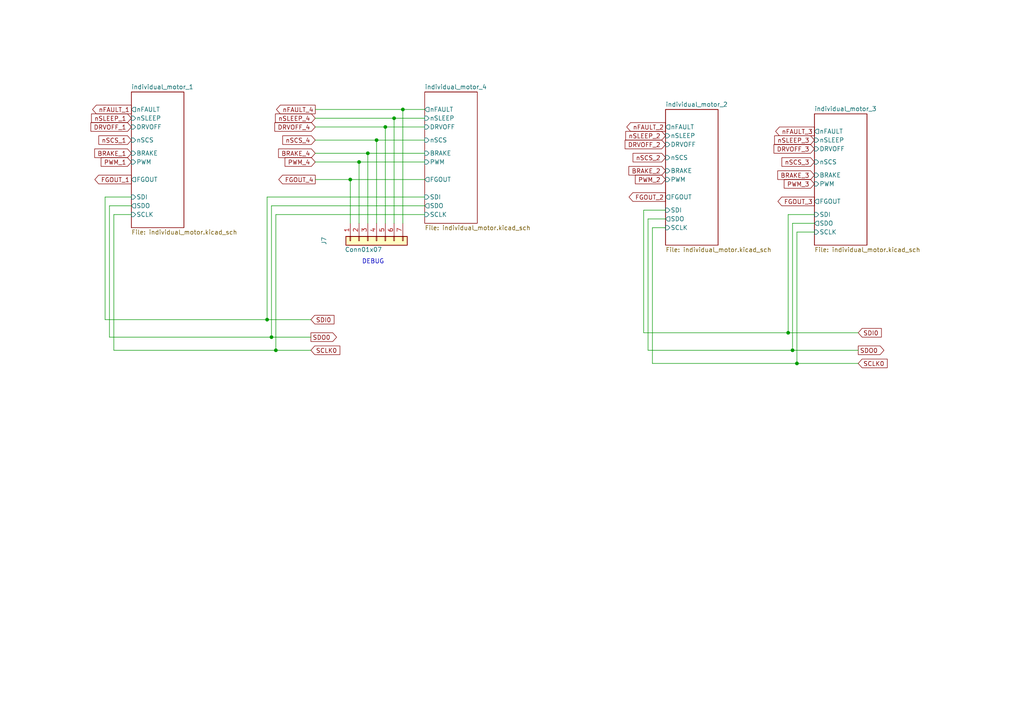
<source format=kicad_sch>
(kicad_sch (version 20250114) (generator "eeschema") (generator_version "9.0")
  (paper "A4")
  (title_block (title "Reaction Wheel Motor Board") (date "2025-04-07") (rev "1.1") (company "Stanford Student Space Initiative") (comment 1 "Carson Lauer"))
  (lib_symbols
    (symbol "Connector_Generic:Conn_01x07" (pin_names (offset 1.016) (hide yes))
      (property "Reference" "J" (at 0 10.16 0))
      (property "Value" "Conn_01x07" (at 0 -10.16 0))
      (symbol "Conn_01x07_1_1"
        (rectangle (start -1.27 8.89) (end 1.27 -8.89) (stroke (width 0.254)) (fill (type background)))
        (rectangle (start -1.27 7.747) (end 0 7.493) (stroke (width 0.1524)))
        (rectangle (start -1.27 5.207) (end 0 4.953) (stroke (width 0.1524)))
        (rectangle (start -1.27 2.667) (end 0 2.413) (stroke (width 0.1524)))
        (rectangle (start -1.27 0.127) (end 0 -0.127) (stroke (width 0.1524)))
        (rectangle (start -1.27 -2.413) (end 0 -2.667) (stroke (width 0.1524)))
        (rectangle (start -1.27 -4.953) (end 0 -5.207) (stroke (width 0.1524)))
        (rectangle (start -1.27 -7.493) (end 0 -7.747) (stroke (width 0.1524)))
        (pin passive line (at -5.08 7.62 0) (length 3.81) (name "Pin_1") (number "1"))
        (pin passive line (at -5.08 5.08 0) (length 3.81) (name "Pin_2") (number "2"))
        (pin passive line (at -5.08 2.54 0) (length 3.81) (name "Pin_3") (number "3"))
        (pin passive line (at -5.08 0 0) (length 3.81) (name "Pin_4") (number "4"))
        (pin passive line (at -5.08 -2.54 0) (length 3.81) (name "Pin_5") (number "5"))
        (pin passive line (at -5.08 -5.08 0) (length 3.81) (name "Pin_6") (number "6"))
        (pin passive line (at -5.08 -7.62 0) (length 3.81) (name "Pin_7") (number "7"))
      )
    )
  )
  (text "DEBUG" (at 108.204 75.946 0) (effects (font (size 1.27 1.27))))
  (junction (at 109.22 40.64))
  (junction (at 228.6 96.52))
  (junction (at 101.6 52.07))
  (junction (at 116.84 31.75))
  (junction (at 111.76 36.83))
  (junction (at 231.14 105.41))
  (junction (at 77.47 92.71))
  (junction (at 80.01 101.6))
  (junction (at 114.3 34.29))
  (junction (at 104.14 46.99))
  (junction (at 229.87 101.6))
  (junction (at 78.74 97.79))
  (junction (at 106.68 44.45))
  (wire (pts (xy 228.6 62.23) (xy 236.22 62.23)))
  (wire (pts (xy 78.74 59.69) (xy 78.74 97.79)))
  (wire (pts (xy 91.44 36.83) (xy 111.76 36.83)))
  (wire (pts (xy 104.14 46.99) (xy 104.14 64.77)))
  (wire (pts (xy 80.01 101.6) (xy 90.17 101.6)))
  (wire (pts (xy 104.14 46.99) (xy 123.19 46.99)))
  (wire (pts (xy 78.74 59.69) (xy 123.19 59.69)))
  (wire (pts (xy 77.47 92.71) (xy 30.48 92.71)))
  (wire (pts (xy 33.02 62.23) (xy 33.02 101.6)))
  (wire (pts (xy 116.84 31.75) (xy 116.84 64.77)))
  (wire (pts (xy 189.23 66.04) (xy 193.04 66.04)))
  (wire (pts (xy 236.22 64.77) (xy 229.87 64.77)))
  (wire (pts (xy 114.3 34.29) (xy 114.3 64.77)))
  (wire (pts (xy 91.44 44.45) (xy 106.68 44.45)))
  (wire (pts (xy 106.68 44.45) (xy 106.68 64.77)))
  (wire (pts (xy 187.96 101.6) (xy 229.87 101.6)))
  (wire (pts (xy 231.14 105.41) (xy 231.14 67.31)))
  (wire (pts (xy 189.23 105.41) (xy 189.23 66.04)))
  (wire (pts (xy 80.01 62.23) (xy 123.19 62.23)))
  (wire (pts (xy 31.75 59.69) (xy 38.1 59.69)))
  (wire (pts (xy 77.47 57.15) (xy 123.19 57.15)))
  (wire (pts (xy 30.48 57.15) (xy 38.1 57.15)))
  (wire (pts (xy 101.6 52.07) (xy 101.6 64.77)))
  (wire (pts (xy 186.69 60.96) (xy 193.04 60.96)))
  (wire (pts (xy 90.17 97.79) (xy 78.74 97.79)))
  (wire (pts (xy 114.3 34.29) (xy 123.19 34.29)))
  (wire (pts (xy 78.74 97.79) (xy 31.75 97.79)))
  (wire (pts (xy 111.76 64.77) (xy 111.76 36.83)))
  (wire (pts (xy 90.17 92.71) (xy 77.47 92.71)))
  (wire (pts (xy 106.68 44.45) (xy 123.19 44.45)))
  (wire (pts (xy 229.87 64.77) (xy 229.87 101.6)))
  (wire (pts (xy 116.84 31.75) (xy 123.19 31.75)))
  (wire (pts (xy 33.02 62.23) (xy 38.1 62.23)))
  (wire (pts (xy 77.47 57.15) (xy 77.47 92.71)))
  (wire (pts (xy 101.6 52.07) (xy 123.19 52.07)))
  (wire (pts (xy 30.48 57.15) (xy 30.48 92.71)))
  (wire (pts (xy 186.69 96.52) (xy 228.6 96.52)))
  (wire (pts (xy 33.02 101.6) (xy 80.01 101.6)))
  (wire (pts (xy 31.75 59.69) (xy 31.75 97.79)))
  (wire (pts (xy 91.44 31.75) (xy 116.84 31.75)))
  (wire (pts (xy 228.6 96.52) (xy 228.6 62.23)))
  (wire (pts (xy 91.44 34.29) (xy 114.3 34.29)))
  (wire (pts (xy 91.44 46.99) (xy 104.14 46.99)))
  (wire (pts (xy 186.69 96.52) (xy 186.69 60.96)))
  (wire (pts (xy 111.76 36.83) (xy 123.19 36.83)))
  (wire (pts (xy 109.22 40.64) (xy 123.19 40.64)))
  (wire (pts (xy 91.44 40.64) (xy 109.22 40.64)))
  (wire (pts (xy 109.22 40.64) (xy 109.22 64.77)))
  (wire (pts (xy 80.01 62.23) (xy 80.01 101.6)))
  (wire (pts (xy 231.14 105.41) (xy 248.92 105.41)))
  (wire (pts (xy 187.96 101.6) (xy 187.96 63.5)))
  (wire (pts (xy 231.14 105.41) (xy 189.23 105.41)))
  (wire (pts (xy 187.96 63.5) (xy 193.04 63.5)))
  (wire (pts (xy 231.14 67.31) (xy 236.22 67.31)))
  (wire (pts (xy 229.87 101.6) (xy 248.92 101.6)))
  (wire (pts (xy 91.44 52.07) (xy 101.6 52.07)))
  (wire (pts (xy 228.6 96.52) (xy 248.92 96.52)))
  (global_label "SDO0" (shape output) (at 248.92 101.6 0) (property "Intersheetrefs" "${INTERSHEET_REFS}" (effects (hide yes))))
  (global_label "FGOUT_3" (shape output) (at 236.22 58.42 180) (property "Intersheetrefs" "${INTERSHEET_REFS}" (effects (hide yes))))
  (global_label "nSCS_3" (shape input) (at 236.22 46.99 180) (property "Intersheetrefs" "${INTERSHEET_REFS}" (effects (hide yes))))
  (global_label "nFAULT_2" (shape output) (at 193.04 36.83 180) (property "Intersheetrefs" "${INTERSHEET_REFS}" (effects (hide yes))))
  (global_label "BRAKE_3" (shape input) (at 236.22 50.8 180) (property "Intersheetrefs" "${INTERSHEET_REFS}" (effects (hide yes))))
  (global_label "FGOUT_1" (shape output) (at 38.1 52.07 180) (property "Intersheetrefs" "${INTERSHEET_REFS}" (effects (hide yes))))
  (global_label "DRVOFF_4" (shape input) (at 91.44 36.83 180) (property "Intersheetrefs" "${INTERSHEET_REFS}" (effects (hide yes))))
  (global_label "nFAULT_4" (shape output) (at 91.44 31.75 180) (property "Intersheetrefs" "${INTERSHEET_REFS}" (effects (hide yes))))
  (global_label "nSLEEP_4" (shape input) (at 91.44 34.29 180) (property "Intersheetrefs" "${INTERSHEET_REFS}" (effects (hide yes))))
  (global_label "PWM_3" (shape input) (at 236.22 53.34 180) (property "Intersheetrefs" "${INTERSHEET_REFS}" (effects (hide yes))))
  (global_label "DRVOFF_1" (shape input) (at 38.1 36.83 180) (property "Intersheetrefs" "${INTERSHEET_REFS}" (effects (hide yes))))
  (global_label "SCLK0" (shape input) (at 90.17 101.6 0) (property "Intersheetrefs" "${INTERSHEET_REFS}" (effects (hide yes))))
  (global_label "SDO0" (shape output) (at 90.17 97.79 0) (property "Intersheetrefs" "${INTERSHEET_REFS}" (effects (hide yes))))
  (global_label "BRAKE_1" (shape input) (at 38.1 44.45 180) (property "Intersheetrefs" "${INTERSHEET_REFS}" (effects (hide yes))))
  (global_label "DRVOFF_3" (shape input) (at 236.22 43.18 180) (property "Intersheetrefs" "${INTERSHEET_REFS}" (effects (hide yes))))
  (global_label "FGOUT_2" (shape output) (at 193.04 57.15 180) (property "Intersheetrefs" "${INTERSHEET_REFS}" (effects (hide yes))))
  (global_label "nSLEEP_3" (shape input) (at 236.22 40.64 180) (property "Intersheetrefs" "${INTERSHEET_REFS}" (effects (hide yes))))
  (global_label "nSLEEP_1" (shape input) (at 38.1 34.29 180) (property "Intersheetrefs" "${INTERSHEET_REFS}" (effects (hide yes))))
  (global_label "SDI0" (shape input) (at 90.17 92.71 0) (property "Intersheetrefs" "${INTERSHEET_REFS}" (effects (hide yes))))
  (global_label "FGOUT_4" (shape output) (at 91.44 52.07 180) (property "Intersheetrefs" "${INTERSHEET_REFS}" (effects (hide yes))))
  (global_label "SDI0" (shape input) (at 248.92 96.52 0) (property "Intersheetrefs" "${INTERSHEET_REFS}" (effects (hide yes))))
  (global_label "nSCS_1" (shape input) (at 38.1 40.64 180) (property "Intersheetrefs" "${INTERSHEET_REFS}" (effects (hide yes))))
  (global_label "nFAULT_3" (shape output) (at 236.22 38.1 180) (property "Intersheetrefs" "${INTERSHEET_REFS}" (effects (hide yes))))
  (global_label "nSCS_2" (shape input) (at 193.04 45.72 180) (property "Intersheetrefs" "${INTERSHEET_REFS}" (effects (hide yes))))
  (global_label "nSCS_4" (shape input) (at 91.44 40.64 180) (property "Intersheetrefs" "${INTERSHEET_REFS}" (effects (hide yes))))
  (global_label "PWM_1" (shape input) (at 38.1 46.99 180) (property "Intersheetrefs" "${INTERSHEET_REFS}" (effects (hide yes))))
  (global_label "BRAKE_4" (shape input) (at 91.44 44.45 180) (property "Intersheetrefs" "${INTERSHEET_REFS}" (effects (hide yes))))
  (global_label "nSLEEP_2" (shape input) (at 193.04 39.37 180) (property "Intersheetrefs" "${INTERSHEET_REFS}" (effects (hide yes))))
  (global_label "PWM_4" (shape input) (at 91.44 46.99 180) (property "Intersheetrefs" "${INTERSHEET_REFS}" (effects (hide yes))))
  (global_label "PWM_2" (shape input) (at 193.04 52.07 180) (property "Intersheetrefs" "${INTERSHEET_REFS}" (effects (hide yes))))
  (global_label "BRAKE_2" (shape input) (at 193.04 49.53 180) (property "Intersheetrefs" "${INTERSHEET_REFS}" (effects (hide yes))))
  (global_label "SCLK0" (shape input) (at 248.92 105.41 0) (property "Intersheetrefs" "${INTERSHEET_REFS}" (effects (hide yes))))
  (global_label "nFAULT_1" (shape output) (at 38.1 31.75 180) (property "Intersheetrefs" "${INTERSHEET_REFS}" (effects (hide yes))))
  (global_label "DRVOFF_2" (shape input) (at 193.04 41.91 180) (property "Intersheetrefs" "${INTERSHEET_REFS}" (effects (hide yes))))
  (symbol (lib_id "Connector_Generic:Conn_01x07") (at 109.22 69.85 90) (mirror x) (unit 1)
    (property "Reference" "J7" (at 93.98 69.85 0))
    (property "Value" "Conn01x07" (at 105.41 72.39 90))
    (property "Footprint" "Connector_PinHeader_2.54mm:PinHeader_1x07_P2.54mm_Vertical" (effects (hide yes)))
    (property "Description" "Generic connector, single row, 01x07, script generated (kicad-library-utils/schlib/autogen/connector/)" (effects (hide yes)))
  )
  (sheet (at 193.04 31.75) (size 15.24 39.37) (stroke (width 0.1524))
    (property "Sheetname" "individual_motor_2" (at 193.04 31.0384 0) (effects (justify left bottom)))
    (property "Sheetfile" "individual_motor.kicad_sch" (at 193.04 71.7046 0) (effects (justify left top)))
    (pin "DRVOFF" input (at 193.04 41.91 180))
    (pin "nSCS" input (at 193.04 45.72 180))
    (pin "PWM" input (at 193.04 52.07 180))
    (pin "FGOUT" output (at 193.04 57.15 180))
    (pin "BRAKE" input (at 193.04 49.53 180))
    (pin "nSLEEP" input (at 193.04 39.37 180))
    (pin "nFAULT" output (at 193.04 36.83 180))
    (pin "SDI" input (at 193.04 60.96 180))
    (pin "SDO" output (at 193.04 63.5 180))
    (pin "SCLK" input (at 193.04 66.04 180))
  )
  (sheet (at 236.22 33.02) (size 15.24 38.1) (stroke (width 0.1524))
    (property "Sheetname" "individual_motor_3" (at 236.22 32.3084 0) (effects (justify left bottom)))
    (property "Sheetfile" "individual_motor.kicad_sch" (at 236.22 71.7046 0) (effects (justify left top)))
    (pin "DRVOFF" input (at 236.22 43.18 180))
    (pin "nSCS" input (at 236.22 46.99 180))
    (pin "PWM" input (at 236.22 53.34 180))
    (pin "FGOUT" output (at 236.22 58.42 180))
    (pin "BRAKE" input (at 236.22 50.8 180))
    (pin "nSLEEP" input (at 236.22 40.64 180))
    (pin "nFAULT" output (at 236.22 38.1 180))
    (pin "SDI" input (at 236.22 62.23 180))
    (pin "SDO" output (at 236.22 64.77 180))
    (pin "SCLK" input (at 236.22 67.31 180))
  )
  (sheet (at 123.19 26.67) (size 15.24 38.1) (stroke (width 0.1524))
    (property "Sheetname" "individual_motor_4" (at 123.19 25.9584 0) (effects (justify left bottom)))
    (property "Sheetfile" "individual_motor.kicad_sch" (at 123.19 65.3546 0) (effects (justify left top)))
    (pin "DRVOFF" input (at 123.19 36.83 180))
    (pin "nSCS" input (at 123.19 40.64 180))
    (pin "PWM" input (at 123.19 46.99 180))
    (pin "FGOUT" output (at 123.19 52.07 180))
    (pin "BRAKE" input (at 123.19 44.45 180))
    (pin "nSLEEP" input (at 123.19 34.29 180))
    (pin "nFAULT" output (at 123.19 31.75 180))
    (pin "SDI" input (at 123.19 57.15 180))
    (pin "SDO" output (at 123.19 59.69 180))
    (pin "SCLK" input (at 123.19 62.23 180))
  )
  (sheet (at 38.1 26.67) (size 15.24 39.37) (stroke (width 0.1524))
    (property "Sheetname" "individual_motor_1" (at 38.1 25.9584 0) (effects (justify left bottom)))
    (property "Sheetfile" "individual_motor.kicad_sch" (at 38.1 66.6246 0) (effects (justify left top)))
    (pin "DRVOFF" input (at 38.1 36.83 180))
    (pin "nSCS" input (at 38.1 40.64 180))
    (pin "PWM" input (at 38.1 46.99 180))
    (pin "FGOUT" output (at 38.1 52.07 180))
    (pin "BRAKE" input (at 38.1 44.45 180))
    (pin "nFAULT" output (at 38.1 31.75 180))
    (pin "nSLEEP" input (at 38.1 34.29 180))
    (pin "SDI" input (at 38.1 57.15 180))
    (pin "SDO" output (at 38.1 59.69 180))
    (pin "SCLK" input (at 38.1 62.23 180))
  )
)
</source>
